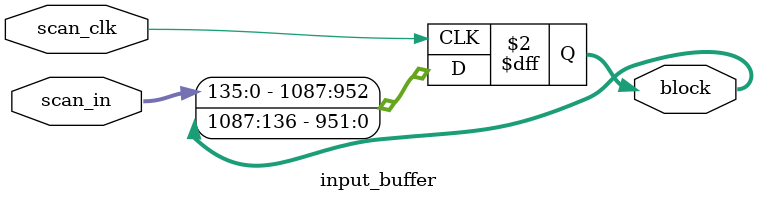
<source format=v>
`timescale 1ns / 1ps
module input_buffer(	input scan_clk,
							input [135:0] scan_in,
							output reg [1087:0] block
    );
	
	always @(posedge scan_clk) begin
	
		block = {scan_in, block[1087:136]};
	
	end

endmodule

</source>
